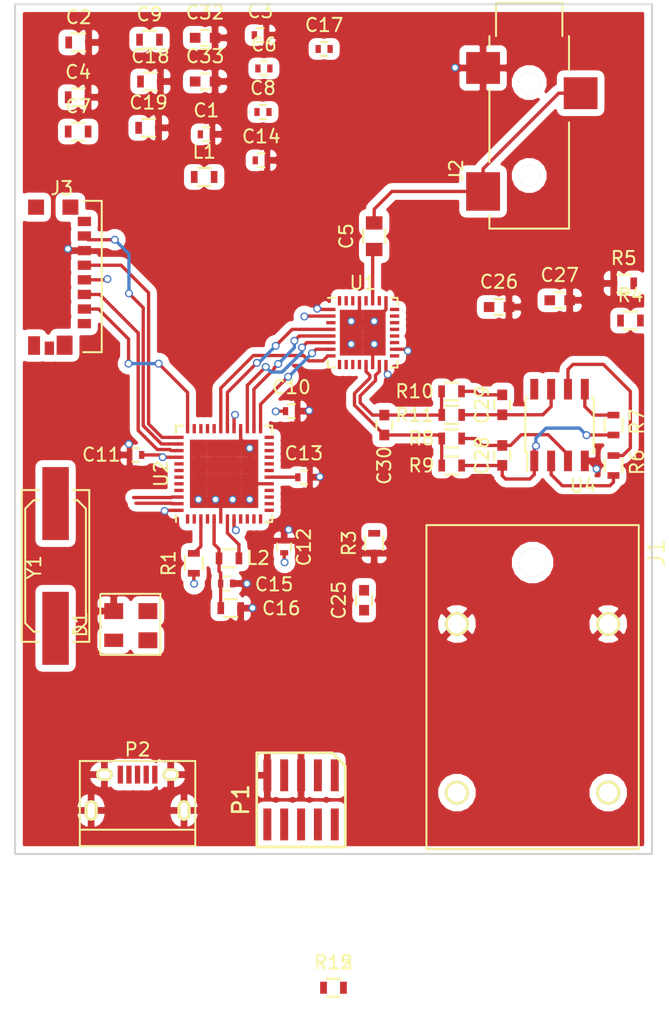
<source format=kicad_pcb>
(kicad_pcb (version 4) (host pcbnew 4.0.2-stable)
  (layers (0 F.Cu signal) (1 In1.Cu power) (2 In2.Cu power) (31 B.Cu signal) (35 F.Paste user hide) (37 F.SilkS user) (39 F.Mask user hide) (44 Edge.Cuts user))
  (net 0 "")
  (net 1 VAA)
  (net 2 GND)
  (net 3 "Net-(C5-Pad1)")
  (net 4 /Sheet57346997/HPOUT)
  (net 5 /Sheet57346997/SPKVDD)
  (net 6 GNDA)
  (net 7 VDD)
  (net 8 /Processor/VREF)
  (net 9 /Processor/VDDCORE)
  (net 10 "Net-(C17-Pad1)")
  (net 11 "Net-(C17-Pad2)")
  (net 12 "Net-(C18-Pad1)")
  (net 13 "Net-(C19-Pad1)")
  (net 14 "Net-(C25-Pad1)")
  (net 15 "Net-(C25-Pad2)")
  (net 16 "Net-(C26-Pad1)")
  (net 17 "Net-(C28-Pad1)")
  (net 18 "Net-(C28-Pad2)")
  (net 19 "Net-(C29-Pad1)")
  (net 20 "Net-(C29-Pad2)")
  (net 21 /Sheet57346A80/AUDIO_IN_P)
  (net 22 /Sheet57346A80/AUDIO_IN_N)
  (net 23 VCC)
  (net 24 "Net-(L2-Pad2)")
  (net 25 /Processor/SWD_DIO)
  (net 26 /Processor/SWD_CLK)
  (net 27 /Processor/~RESET)
  (net 28 "Net-(P1-Pad9)")
  (net 29 "Net-(P1-Pad8)")
  (net 30 "Net-(P1-Pad7)")
  (net 31 "Net-(P1-Pad6)")
  (net 32 "Net-(R1-Pad2)")
  (net 33 "Net-(U1-Pad3)")
  (net 34 /Sheet57346997/DOUT)
  (net 35 /Sheet57346997/DIN)
  (net 36 /Sheet57346997/BCLK)
  (net 37 /Sheet57346997/SDA)
  (net 38 /Sheet57346997/SCL)
  (net 39 /Sheet57346997/VOL)
  (net 40 "Net-(U1-Pad12)")
  (net 41 /Sheet57346997/SPKM)
  (net 42 /Sheet57346997/SPKP)
  (net 43 "Net-(U1-Pad30)")
  (net 44 /Sheet57346997/~CODEC_RESET)
  (net 45 /Sheet57346997/CODEC_IO)
  (net 46 "Net-(U2-Pad11)")
  (net 47 "Net-(U2-Pad12)")
  (net 48 "Net-(U2-Pad13)")
  (net 49 "Net-(U2-Pad14)")
  (net 50 "Net-(U2-Pad15)")
  (net 51 "Net-(U2-Pad16)")
  (net 52 "Net-(U2-Pad20)")
  (net 53 "Net-(U2-Pad21)")
  (net 54 "Net-(U2-Pad22)")
  (net 55 "Net-(U2-Pad23)")
  (net 56 "Net-(U2-Pad24)")
  (net 57 /Processor/ISWS)
  (net 58 /Processor/ISMK)
  (net 59 "Net-(U2-Pad32)")
  (net 60 "Net-(U2-Pad33)")
  (net 61 "Net-(U2-Pad34)")
  (net 62 "Net-(U2-Pad35)")
  (net 63 "Net-(U2-Pad41)")
  (net 64 "Net-(U2-Pad42)")
  (net 65 "Net-(U2-Pad43)")
  (net 66 "Net-(U2-Pad44)")
  (net 67 /USB/VBUS)
  (net 68 "Net-(P2-Pad4)")
  (net 69 /Processor/D-)
  (net 70 /Processor/D+)
  (net 71 "Net-(J3-Pad1)")
  (net 72 "Net-(J3-Pad8)")
  (net 73 /Processor/~SS)
  (net 74 /Processor/MOSI)
  (net 75 /Processor/SPI_CLK)
  (net 76 /Processor/MISO)
  (module Resistors_SMD:R_0603 (layer F.Cu) (at 124.794 62.876)
    (fp_text reference C2 (at 0 -1.9) (layer F.SilkS))
    (fp_text value 10uF)
    (pad 1 smd rect (at -0.75 0) (size 0.5 0.9) (layers F.Cu F.Paste F.Mask) (net 1 VAA))
    (pad 2 smd rect (at 0.75 0) (size 0.5 0.9) (layers F.Cu F.Paste F.Mask) (net 2 GND))
  )
  (module Resistors_SMD:R_0603 (layer F.Cu) (at 124.754 67.006)
    (fp_text reference C4 (at 0 -1.9) (layer F.SilkS))
    (fp_text value 10uF)
    (pad 1 smd rect (at -0.75 0) (size 0.5 0.9) (layers F.Cu F.Paste F.Mask) (net 1 VAA))
    (pad 2 smd rect (at 0.75 0) (size 0.5 0.9) (layers F.Cu F.Paste F.Mask) (net 2 GND))
  )
  (module Resistors_SMD:R_0603 (layer F.Cu) (at 124.754 69.586)
    (fp_text reference C7 (at 0 -1.9) (layer F.SilkS))
    (fp_text value 22uF)
    (pad 1 smd rect (at -0.75 0) (size 0.5 0.9) (layers F.Cu F.Paste F.Mask) (net 5 /Sheet57346997/SPKVDD))
    (pad 2 smd rect (at 0.75 0) (size 0.5 0.9) (layers F.Cu F.Paste F.Mask) (net 6 GNDA))
  )
  (module Resistors_SMD:R_0603 (layer F.Cu) (at 130.134 62.666)
    (fp_text reference C9 (at 0 -1.9) (layer F.SilkS))
    (fp_text value 22uF)
    (pad 1 smd rect (at -0.75 0) (size 0.5 0.9) (layers F.Cu F.Paste F.Mask) (net 5 /Sheet57346997/SPKVDD))
    (pad 2 smd rect (at 0.75 0) (size 0.5 0.9) (layers F.Cu F.Paste F.Mask) (net 6 GNDA))
  )
  (module Resistors_SMD:R_0603 (layer F.Cu) (at 136.254 105.486)
    (fp_text reference C16 (at 3.81 0.01) (layer F.SilkS))
    (fp_text value 4.7uF)
    (pad 1 smd rect (at -0.75 0) (size 0.5 0.9) (layers F.Cu F.Paste F.Mask) (net 9 /Processor/VDDCORE))
    (pad 2 smd rect (at 0.75 0) (size 0.5 0.9) (layers F.Cu F.Paste F.Mask) (net 2 GND))
  )
  (module Resistors_SMD:R_0603 (layer F.Cu) (at 130.204 65.816)
    (fp_text reference C18 (at 0 -1.9) (layer F.SilkS))
    (fp_text value 22pF)
    (pad 1 smd rect (at -0.75 0) (size 0.5 0.9) (layers F.Cu F.Paste F.Mask) (net 12 "Net-(C18-Pad1)"))
    (pad 2 smd rect (at 0.75 0) (size 0.5 0.9) (layers F.Cu F.Paste F.Mask) (net 2 GND))
  )
  (module Resistors_SMD:R_0603 (layer F.Cu) (at 130.064 69.306)
    (fp_text reference C19 (at 0 -1.9) (layer F.SilkS))
    (fp_text value 22pF)
    (pad 1 smd rect (at -0.75 0) (size 0.5 0.9) (layers F.Cu F.Paste F.Mask) (net 13 "Net-(C19-Pad1)"))
    (pad 2 smd rect (at 0.75 0) (size 0.5 0.9) (layers F.Cu F.Paste F.Mask) (net 2 GND))
  )
  (module Capacitors_SMD:C_0603 (layer F.Cu) (at 146.304 104.89 90)
    (fp_text reference C25 (at 0 -1.9 90) (layer F.SilkS))
    (fp_text value 1uF)
    (pad 1 smd rect (at -0.75 0 90) (size 0.8 0.75) (layers F.Cu F.Paste F.Mask) (net 14 "Net-(C25-Pad1)"))
    (pad 2 smd rect (at 0.75 0 90) (size 0.8 0.75) (layers F.Cu F.Paste F.Mask) (net 15 "Net-(C25-Pad2)"))
  )
  (module Capacitors_SMD:C_0603 (layer F.Cu) (at 156.476 82.804)
    (fp_text reference C26 (at 0 -1.9) (layer F.SilkS))
    (fp_text value 10nF)
    (pad 1 smd rect (at -0.75 0) (size 0.8 0.75) (layers F.Cu F.Paste F.Mask) (net 16 "Net-(C26-Pad1)"))
    (pad 2 smd rect (at 0.75 0) (size 0.8 0.75) (layers F.Cu F.Paste F.Mask) (net 2 GND))
  )
  (module Capacitors_SMD:C_0603 (layer F.Cu) (at 161.048 82.296)
    (fp_text reference C27 (at 0 -1.9) (layer F.SilkS))
    (fp_text value 100uF)
    (pad 1 smd rect (at -0.75 0) (size 0.8 0.75) (layers F.Cu F.Paste F.Mask) (net 16 "Net-(C26-Pad1)"))
    (pad 2 smd rect (at 0.75 0) (size 0.8 0.75) (layers F.Cu F.Paste F.Mask) (net 2 GND))
  )
  (module Capacitors_SMD:C_0603 (layer F.Cu) (at 156.718 93.98 90)
    (fp_text reference C28 (at -0.012 -1.524 90) (layer F.SilkS))
    (fp_text value "470pF (C0G)")
    (pad 1 smd rect (at -0.75 0 90) (size 0.8 0.75) (layers F.Cu F.Paste F.Mask) (net 17 "Net-(C28-Pad1)"))
    (pad 2 smd rect (at 0.75 0 90) (size 0.8 0.75) (layers F.Cu F.Paste F.Mask) (net 18 "Net-(C28-Pad2)"))
  )
  (module Capacitors_SMD:C_0603 (layer F.Cu) (at 156.718 90.17 270)
    (fp_text reference C29 (at 0 1.524 270) (layer F.SilkS))
    (fp_text value "470pF (C0G)")
    (pad 1 smd rect (at -0.75 0 270) (size 0.8 0.75) (layers F.Cu F.Paste F.Mask) (net 19 "Net-(C29-Pad1)"))
    (pad 2 smd rect (at 0.75 0 270) (size 0.8 0.75) (layers F.Cu F.Paste F.Mask) (net 20 "Net-(C29-Pad2)"))
  )
  (module Capacitors_SMD:C_0603 (layer F.Cu) (at 147.828 91.694 90)
    (fp_text reference C30 (at -3.048 0 90) (layer F.SilkS))
    (fp_text value "2700pF (C0G)")
    (pad 1 smd rect (at -0.75 0 90) (size 0.8 0.75) (layers F.Cu F.Paste F.Mask) (net 21 /Sheet57346A80/AUDIO_IN_P))
    (pad 2 smd rect (at 0.75 0 90) (size 0.8 0.75) (layers F.Cu F.Paste F.Mask) (net 22 /Sheet57346A80/AUDIO_IN_N))
  )
  (module Capacitors_SMD:C_0603 (layer F.Cu) (at 134.324 62.526)
    (fp_text reference C32 (at 0 -1.9) (layer F.SilkS))
    (fp_text value 1uF)
    (pad 1 smd rect (at -0.75 0) (size 0.8 0.75) (layers F.Cu F.Paste F.Mask) (net 23 VCC))
    (pad 2 smd rect (at 0.75 0) (size 0.8 0.75) (layers F.Cu F.Paste F.Mask) (net 2 GND))
  )
  (module Capacitors_SMD:C_0603 (layer F.Cu) (at 134.324 65.816)
    (fp_text reference C33 (at 0 -1.9) (layer F.SilkS))
    (fp_text value 1uF)
    (pad 1 smd rect (at -0.75 0) (size 0.8 0.75) (layers F.Cu F.Paste F.Mask) (net 7 VDD))
    (pad 2 smd rect (at 0.75 0) (size 0.8 0.75) (layers F.Cu F.Paste F.Mask) (net 2 GND))
  )
  (module Resistors_SMD:R_0603 (layer F.Cu) (at 134.254 73.006)
    (fp_text reference L1 (at 0 -1.9) (layer F.SilkS))
    (fp_text value ferrite)
    (pad 1 smd rect (at -0.75 0) (size 0.5 0.9) (layers F.Cu F.Paste F.Mask) (net 7 VDD))
    (pad 2 smd rect (at 0.75 0) (size 0.5 0.9) (layers F.Cu F.Paste F.Mask) (net 1 VAA))
  )
  (module Resistors_SMD:R_0603 (layer F.Cu) (at 136.124 101.736)
    (fp_text reference L2 (at 2.2 -0.03) (layer F.SilkS))
    (fp_text value 22uH)
    (pad 1 smd rect (at -0.75 0) (size 0.5 0.9) (layers F.Cu F.Paste F.Mask) (net 9 /Processor/VDDCORE))
    (pad 2 smd rect (at 0.75 0) (size 0.5 0.9) (layers F.Cu F.Paste F.Mask) (net 24 "Net-(L2-Pad2)"))
  )
  (module processing:CMxDBG (layer F.Cu) (at 141.554 119.926 270)
    (fp_text reference P1 (at 0 4.54 270) (layer F.SilkS) (effects (font (size 1.2 1.2) (thickness 0.2))))
    (fp_text value CONN_02X05 hide)
    (pad 1 smd rect (at -1.85 -2.54 270) (size 2.4 0.6) (layers F.Cu F.Paste F.Mask) (net 7 VDD))
    (pad 2 smd rect (at -1.85 -1.27 270) (size 2.4 0.6) (layers F.Cu F.Paste F.Mask) (net 25 /Processor/SWD_DIO))
    (pad 3 smd rect (at -1.85 0 270) (size 2.4 0.6) (layers F.Cu F.Paste F.Mask) (net 2 GND))
    (pad 4 smd rect (at -1.85 1.27 270) (size 2.4 0.6) (layers F.Cu F.Paste F.Mask) (net 26 /Processor/SWD_CLK))
    (pad 5 smd rect (at -1.85 2.54 270) (size 2.4 0.6) (layers F.Cu F.Paste F.Mask) (net 2 GND))
    (pad 10 smd rect (at 1.85 -2.54 270) (size 2.4 0.6) (layers F.Cu F.Paste F.Mask) (net 27 /Processor/~RESET))
    (pad 9 smd rect (at 1.85 -1.27 270) (size 2.4 0.6) (layers F.Cu F.Paste F.Mask) (net 28 "Net-(P1-Pad9)"))
    (pad 8 smd rect (at 1.85 0 270) (size 2.4 0.6) (layers F.Cu F.Paste F.Mask) (net 29 "Net-(P1-Pad8)"))
    (pad 7 smd rect (at 1.85 1.27 270) (size 2.4 0.6) (layers F.Cu F.Paste F.Mask) (net 30 "Net-(P1-Pad7)"))
    (pad 6 smd rect (at 1.85 2.54 270) (size 2.4 0.6) (layers F.Cu F.Paste F.Mask) (net 31 "Net-(P1-Pad6)"))
  )
  (module Resistors_SMD:R_0603 (layer F.Cu) (at 133.474 102.106 90)
    (fp_text reference R1 (at 0 -1.9 90) (layer F.SilkS))
    (fp_text value 10k)
    (pad 1 smd rect (at -0.75 0 90) (size 0.5 0.9) (layers F.Cu F.Paste F.Mask) (net 7 VDD))
    (pad 2 smd rect (at 0.75 0 90) (size 0.5 0.9) (layers F.Cu F.Paste F.Mask) (net 32 "Net-(R1-Pad2)"))
  )
  (module Resistors_SMD:R_0603 (layer F.Cu) (at 147.066 100.596 90)
    (fp_text reference R3 (at 0 -1.9 90) (layer F.SilkS))
    (fp_text value 100k)
    (pad 1 smd rect (at -0.75 0 90) (size 0.5 0.9) (layers F.Cu F.Paste F.Mask) (net 2 GND))
    (pad 2 smd rect (at 0.75 0 90) (size 0.5 0.9) (layers F.Cu F.Paste F.Mask) (net 15 "Net-(C25-Pad2)"))
  )
  (module Resistors_SMD:R_0603 (layer F.Cu) (at 166.382 83.82)
    (fp_text reference R4 (at 0 -1.9) (layer F.SilkS))
    (fp_text value 100k)
    (pad 1 smd rect (at -0.75 0) (size 0.5 0.9) (layers F.Cu F.Paste F.Mask) (net 16 "Net-(C26-Pad1)"))
    (pad 2 smd rect (at 0.75 0) (size 0.5 0.9) (layers F.Cu F.Paste F.Mask) (net 7 VDD))
  )
  (module Resistors_SMD:R_0603 (layer F.Cu) (at 165.874 81.026)
    (fp_text reference R5 (at 0 -1.9) (layer F.SilkS))
    (fp_text value 100k)
    (pad 1 smd rect (at -0.75 0) (size 0.5 0.9) (layers F.Cu F.Paste F.Mask) (net 2 GND))
    (pad 2 smd rect (at 0.75 0) (size 0.5 0.9) (layers F.Cu F.Paste F.Mask) (net 16 "Net-(C26-Pad1)"))
  )
  (module Resistors_SMD:R_0603 (layer F.Cu) (at 165.1 94.742 270)
    (fp_text reference R6 (at -0.254 -1.778 270) (layer F.SilkS))
    (fp_text value 100k)
    (pad 1 smd rect (at -0.75 0 270) (size 0.5 0.9) (layers F.Cu F.Paste F.Mask) (net 16 "Net-(C26-Pad1)"))
    (pad 2 smd rect (at 0.75 0 270) (size 0.5 0.9) (layers F.Cu F.Paste F.Mask) (net 14 "Net-(C25-Pad1)"))
  )
  (module Resistors_SMD:R_0603 (layer F.Cu) (at 165.1 91.694 90)
    (fp_text reference R7 (at 0.254 1.778 90) (layer F.SilkS))
    (fp_text value 634R)
    (pad 1 smd rect (at -0.75 0 90) (size 0.5 0.9) (layers F.Cu F.Paste F.Mask) (net 17 "Net-(C28-Pad1)"))
    (pad 2 smd rect (at 0.75 0 90) (size 0.5 0.9) (layers F.Cu F.Paste F.Mask) (net 19 "Net-(C29-Pad1)"))
  )
  (module Resistors_SMD:R_0603 (layer F.Cu) (at 152.908 92.71)
    (fp_text reference R8 (at -2.286 0) (layer F.SilkS))
    (fp_text value 634R)
    (pad 1 smd rect (at -0.75 0) (size 0.5 0.9) (layers F.Cu F.Paste F.Mask) (net 21 /Sheet57346A80/AUDIO_IN_P))
    (pad 2 smd rect (at 0.75 0) (size 0.5 0.9) (layers F.Cu F.Paste F.Mask) (net 18 "Net-(C28-Pad2)"))
  )
  (module Resistors_SMD:R_0603 (layer F.Cu) (at 152.908 94.742)
    (fp_text reference R9 (at -2.286 0) (layer F.SilkS))
    (fp_text value 91R)
    (pad 1 smd rect (at -0.75 0) (size 0.5 0.9) (layers F.Cu F.Paste F.Mask) (net 21 /Sheet57346A80/AUDIO_IN_P))
    (pad 2 smd rect (at 0.75 0) (size 0.5 0.9) (layers F.Cu F.Paste F.Mask) (net 17 "Net-(C28-Pad1)"))
  )
  (module Resistors_SMD:R_0603 (layer F.Cu) (at 152.896 89.154)
    (fp_text reference R10 (at -2.782 0) (layer F.SilkS))
    (fp_text value 634R)
    (pad 1 smd rect (at -0.75 0) (size 0.5 0.9) (layers F.Cu F.Paste F.Mask) (net 22 /Sheet57346A80/AUDIO_IN_N))
    (pad 2 smd rect (at 0.75 0) (size 0.5 0.9) (layers F.Cu F.Paste F.Mask) (net 19 "Net-(C29-Pad1)"))
  )
  (module Resistors_SMD:R_0603 (layer F.Cu) (at 152.908 90.932 180)
    (fp_text reference R11 (at 2.794 0 180) (layer F.SilkS))
    (fp_text value 91R)
    (pad 1 smd rect (at -0.75 0 180) (size 0.5 0.9) (layers F.Cu F.Paste F.Mask) (net 20 "Net-(C29-Pad2)"))
    (pad 2 smd rect (at 0.75 0 180) (size 0.5 0.9) (layers F.Cu F.Paste F.Mask) (net 22 /Sheet57346A80/AUDIO_IN_N))
  )
  (module Housings_DFN_QFN:QFN-32-1EP_5x5mm_Pitch0.5mm (layer F.Cu) (at 146.2035 84.7355)
    (fp_text reference U1 (at 0 -3.75) (layer F.SilkS))
    (fp_text value tlv320aic3120)
    (pad 1 smd rect (at -2.4 -1.75) (size 0.7 0.25) (layers F.Cu F.Paste F.Mask) (net 2 GND))
    (pad 2 smd rect (at -2.4 -1.25) (size 0.7 0.25) (layers F.Cu F.Paste F.Mask) (net 7 VDD))
    (pad 3 smd rect (at -2.4 -0.75) (size 0.7 0.25) (layers F.Cu F.Paste F.Mask) (net 33 "Net-(U1-Pad3)"))
    (pad 4 smd rect (at -2.4 -0.25) (size 0.7 0.25) (layers F.Cu F.Paste F.Mask) (net 34 /Sheet57346997/DOUT))
    (pad 5 smd rect (at -2.4 0.25) (size 0.7 0.25) (layers F.Cu F.Paste F.Mask) (net 35 /Sheet57346997/DIN))
    (pad 6 smd rect (at -2.4 0.75) (size 0.7 0.25) (layers F.Cu F.Paste F.Mask) (net 57 /Processor/ISWS))
    (pad 7 smd rect (at -2.4 1.25) (size 0.7 0.25) (layers F.Cu F.Paste F.Mask) (net 36 /Sheet57346997/BCLK))
    (pad 8 smd rect (at -2.4 1.75) (size 0.7 0.25) (layers F.Cu F.Paste F.Mask) (net 58 /Processor/ISMK))
    (pad 9 smd rect (at -1.75 2.4 90) (size 0.7 0.25) (layers F.Cu F.Paste F.Mask) (net 37 /Sheet57346997/SDA))
    (pad 10 smd rect (at -1.25 2.4 90) (size 0.7 0.25) (layers F.Cu F.Paste F.Mask) (net 38 /Sheet57346997/SCL))
    (pad 11 smd rect (at -0.75 2.4 90) (size 0.7 0.25) (layers F.Cu F.Paste F.Mask) (net 39 /Sheet57346997/VOL))
    (pad 12 smd rect (at -0.25 2.4 90) (size 0.7 0.25) (layers F.Cu F.Paste F.Mask) (net 40 "Net-(U1-Pad12)"))
    (pad 13 smd rect (at 0.25 2.4 90) (size 0.7 0.25) (layers F.Cu F.Paste F.Mask) (net 21 /Sheet57346A80/AUDIO_IN_P))
    (pad 14 smd rect (at 0.75 2.4 90) (size 0.7 0.25) (layers F.Cu F.Paste F.Mask) (net 2 GND))
    (pad 15 smd rect (at 1.25 2.4 90) (size 0.7 0.25) (layers F.Cu F.Paste F.Mask) (net 22 /Sheet57346A80/AUDIO_IN_N))
    (pad 16 smd rect (at 1.75 2.4 90) (size 0.7 0.25) (layers F.Cu F.Paste F.Mask) (net 2 GND))
    (pad 17 smd rect (at 2.4 1.75) (size 0.7 0.25) (layers F.Cu F.Paste F.Mask) (net 1 VAA))
    (pad 18 smd rect (at 2.4 1.25) (size 0.7 0.25) (layers F.Cu F.Paste F.Mask) (net 2 GND))
    (pad 19 smd rect (at 2.4 0.75) (size 0.7 0.25) (layers F.Cu F.Paste F.Mask) (net 41 /Sheet57346997/SPKM))
    (pad 20 smd rect (at 2.4 0.25) (size 0.7 0.25) (layers F.Cu F.Paste F.Mask) (net 2 GND))
    (pad 21 smd rect (at 2.4 -0.25) (size 0.7 0.25) (layers F.Cu F.Paste F.Mask) (net 5 /Sheet57346997/SPKVDD))
    (pad 22 smd rect (at 2.4 -0.75) (size 0.7 0.25) (layers F.Cu F.Paste F.Mask) (net 42 /Sheet57346997/SPKP))
    (pad 23 smd rect (at 2.4 -1.25) (size 0.7 0.25) (layers F.Cu F.Paste F.Mask) (net 41 /Sheet57346997/SPKM))
    (pad 24 smd rect (at 2.4 -1.75) (size 0.7 0.25) (layers F.Cu F.Paste F.Mask) (net 5 /Sheet57346997/SPKVDD))
    (pad 25 smd rect (at 1.75 -2.4 90) (size 0.7 0.25) (layers F.Cu F.Paste F.Mask) (net 2 GND))
    (pad 26 smd rect (at 1.25 -2.4 90) (size 0.7 0.25) (layers F.Cu F.Paste F.Mask) (net 42 /Sheet57346997/SPKP))
    (pad 27 smd rect (at 0.75 -2.4 90) (size 0.7 0.25) (layers F.Cu F.Paste F.Mask) (net 3 "Net-(C5-Pad1)"))
    (pad 28 smd rect (at 0.25 -2.4 90) (size 0.7 0.25) (layers F.Cu F.Paste F.Mask) (net 1 VAA))
    (pad 29 smd rect (at -0.25 -2.4 90) (size 0.7 0.25) (layers F.Cu F.Paste F.Mask) (net 2 GND))
    (pad 30 smd rect (at -0.75 -2.4 90) (size 0.7 0.25) (layers F.Cu F.Paste F.Mask) (net 43 "Net-(U1-Pad30)"))
    (pad 31 smd rect (at -1.25 -2.4 90) (size 0.7 0.25) (layers F.Cu F.Paste F.Mask) (net 44 /Sheet57346997/~CODEC_RESET))
    (pad 32 smd rect (at -1.75 -2.4 90) (size 0.7 0.25) (layers F.Cu F.Paste F.Mask) (net 45 /Sheet57346997/CODEC_IO))
    (pad 33 smd rect (at 0.8625 0.8625) (size 1.725 1.725) (layers F.Cu F.Paste F.Mask) (net 2 GND))
    (pad 33 smd rect (at 0.8625 -0.8625) (size 1.725 1.725) (layers F.Cu F.Paste F.Mask) (net 2 GND))
    (pad 33 smd rect (at -0.8625 0.8625) (size 1.725 1.725) (layers F.Cu F.Paste F.Mask) (net 2 GND))
    (pad 33 smd rect (at -0.8625 -0.8625) (size 1.725 1.725) (layers F.Cu F.Paste F.Mask) (net 2 GND))
  )
  (module Housings_DFN_QFN:QFN-48-1EP_7x7mm_Pitch0.5mm (layer F.Cu) (at 135.75425 95.36825 90)
    (fp_text reference U2 (at 0 -4.75 90) (layer F.SilkS))
    (fp_text value ATSAM4LS)
    (pad 1 smd rect (at -3.4 -2.75 90) (size 0.7 0.25) (layers F.Cu F.Paste F.Mask) (net 13 "Net-(C19-Pad1)"))
    (pad 2 smd rect (at -3.4 -2.25 90) (size 0.7 0.25) (layers F.Cu F.Paste F.Mask) (net 12 "Net-(C18-Pad1)"))
    (pad 3 smd rect (at -3.4 -1.75 90) (size 0.7 0.25) (layers F.Cu F.Paste F.Mask) (net 32 "Net-(R1-Pad2)"))
    (pad 4 smd rect (at -3.4 -1.25 90) (size 0.7 0.25) (layers F.Cu F.Paste F.Mask) (net 27 /Processor/~RESET))
    (pad 5 smd rect (at -3.4 -0.75 90) (size 0.7 0.25) (layers F.Cu F.Paste F.Mask) (net 9 /Processor/VDDCORE))
    (pad 6 smd rect (at -3.4 -0.25 90) (size 0.7 0.25) (layers F.Cu F.Paste F.Mask) (net 2 GND))
    (pad 7 smd rect (at -3.4 0.25 90) (size 0.7 0.25) (layers F.Cu F.Paste F.Mask) (net 24 "Net-(L2-Pad2)"))
    (pad 8 smd rect (at -3.4 0.75 90) (size 0.7 0.25) (layers F.Cu F.Paste F.Mask) (net 7 VDD))
    (pad 9 smd rect (at -3.4 1.25 90) (size 0.7 0.25) (layers F.Cu F.Paste F.Mask) (net 26 /Processor/SWD_CLK))
    (pad 10 smd rect (at -3.4 1.75 90) (size 0.7 0.25) (layers F.Cu F.Paste F.Mask) (net 25 /Processor/SWD_DIO))
    (pad 11 smd rect (at -3.4 2.25 90) (size 0.7 0.25) (layers F.Cu F.Paste F.Mask) (net 46 "Net-(U2-Pad11)"))
    (pad 12 smd rect (at -3.4 2.75 90) (size 0.7 0.25) (layers F.Cu F.Paste F.Mask) (net 47 "Net-(U2-Pad12)"))
    (pad 13 smd rect (at -2.75 3.4 180) (size 0.7 0.25) (layers F.Cu F.Paste F.Mask) (net 48 "Net-(U2-Pad13)"))
    (pad 14 smd rect (at -2.25 3.4 180) (size 0.7 0.25) (layers F.Cu F.Paste F.Mask) (net 49 "Net-(U2-Pad14)"))
    (pad 15 smd rect (at -1.75 3.4 180) (size 0.7 0.25) (layers F.Cu F.Paste F.Mask) (net 50 "Net-(U2-Pad15)"))
    (pad 16 smd rect (at -1.25 3.4 180) (size 0.7 0.25) (layers F.Cu F.Paste F.Mask) (net 51 "Net-(U2-Pad16)"))
    (pad 17 smd rect (at -0.75 3.4 180) (size 0.7 0.25) (layers F.Cu F.Paste F.Mask) (net 2 GND))
    (pad 18 smd rect (at -0.25 3.4 180) (size 0.7 0.25) (layers F.Cu F.Paste F.Mask) (net 8 /Processor/VREF))
    (pad 19 smd rect (at 0.25 3.4 180) (size 0.7 0.25) (layers F.Cu F.Paste F.Mask) (net 1 VAA))
    (pad 20 smd rect (at 0.75 3.4 180) (size 0.7 0.25) (layers F.Cu F.Paste F.Mask) (net 52 "Net-(U2-Pad20)"))
    (pad 21 smd rect (at 1.25 3.4 180) (size 0.7 0.25) (layers F.Cu F.Paste F.Mask) (net 53 "Net-(U2-Pad21)"))
    (pad 22 smd rect (at 1.75 3.4 180) (size 0.7 0.25) (layers F.Cu F.Paste F.Mask) (net 54 "Net-(U2-Pad22)"))
    (pad 23 smd rect (at 2.25 3.4 180) (size 0.7 0.25) (layers F.Cu F.Paste F.Mask) (net 55 "Net-(U2-Pad23)"))
    (pad 24 smd rect (at 2.75 3.4 180) (size 0.7 0.25) (layers F.Cu F.Paste F.Mask) (net 56 "Net-(U2-Pad24)"))
    (pad 25 smd rect (at 3.4 2.75 90) (size 0.7 0.25) (layers F.Cu F.Paste F.Mask) (net 36 /Sheet57346997/BCLK))
    (pad 26 smd rect (at 3.4 2.25 90) (size 0.7 0.25) (layers F.Cu F.Paste F.Mask) (net 35 /Sheet57346997/DIN))
    (pad 27 smd rect (at 3.4 1.75 90) (size 0.7 0.25) (layers F.Cu F.Paste F.Mask) (net 57 /Processor/ISWS))
    (pad 28 smd rect (at 3.4 1.25 90) (size 0.7 0.25) (layers F.Cu F.Paste F.Mask) (net 2 GND))
    (pad 29 smd rect (at 3.4 0.75 90) (size 0.7 0.25) (layers F.Cu F.Paste F.Mask) (net 7 VDD))
    (pad 30 smd rect (at 3.4 0.25 90) (size 0.7 0.25) (layers F.Cu F.Paste F.Mask) (net 34 /Sheet57346997/DOUT))
    (pad 31 smd rect (at 3.4 -0.25 90) (size 0.7 0.25) (layers F.Cu F.Paste F.Mask) (net 58 /Processor/ISMK))
    (pad 32 smd rect (at 3.4 -0.75 90) (size 0.7 0.25) (layers F.Cu F.Paste F.Mask) (net 59 "Net-(U2-Pad32)"))
    (pad 33 smd rect (at 3.4 -1.25 90) (size 0.7 0.25) (layers F.Cu F.Paste F.Mask) (net 60 "Net-(U2-Pad33)"))
    (pad 34 smd rect (at 3.4 -1.75 90) (size 0.7 0.25) (layers F.Cu F.Paste F.Mask) (net 61 "Net-(U2-Pad34)"))
    (pad 35 smd rect (at 3.4 -2.25 90) (size 0.7 0.25) (layers F.Cu F.Paste F.Mask) (net 62 "Net-(U2-Pad35)"))
    (pad 36 smd rect (at 3.4 -2.75 90) (size 0.7 0.25) (layers F.Cu F.Paste F.Mask) (net 73 /Processor/~SS))
    (pad 37 smd rect (at 2.75 -3.4 180) (size 0.7 0.25) (layers F.Cu F.Paste F.Mask) (net 75 /Processor/SPI_CLK))
    (pad 38 smd rect (at 2.25 -3.4 180) (size 0.7 0.25) (layers F.Cu F.Paste F.Mask) (net 76 /Processor/MISO))
    (pad 39 smd rect (at 1.75 -3.4 180) (size 0.7 0.25) (layers F.Cu F.Paste F.Mask) (net 74 /Processor/MOSI))
    (pad 40 smd rect (at 1.25 -3.4 180) (size 0.7 0.25) (layers F.Cu F.Paste F.Mask) (net 7 VDD))
    (pad 41 smd rect (at 0.75 -3.4 180) (size 0.7 0.25) (layers F.Cu F.Paste F.Mask) (net 63 "Net-(U2-Pad41)"))
    (pad 42 smd rect (at 0.25 -3.4 180) (size 0.7 0.25) (layers F.Cu F.Paste F.Mask) (net 64 "Net-(U2-Pad42)"))
    (pad 43 smd rect (at -0.25 -3.4 180) (size 0.7 0.25) (layers F.Cu F.Paste F.Mask) (net 65 "Net-(U2-Pad43)"))
    (pad 44 smd rect (at -0.75 -3.4 180) (size 0.7 0.25) (layers F.Cu F.Paste F.Mask) (net 66 "Net-(U2-Pad44)"))
    (pad 45 smd rect (at -1.25 -3.4 180) (size 0.7 0.25) (layers F.Cu F.Paste F.Mask) (net 7 VDD))
    (pad 46 smd rect (at -1.75 -3.4 180) (size 0.7 0.25) (layers F.Cu F.Paste F.Mask) (net 69 /Processor/D-))
    (pad 47 smd rect (at -2.25 -3.4 180) (size 0.7 0.25) (layers F.Cu F.Paste F.Mask) (net 70 /Processor/D+))
    (pad 48 smd rect (at -2.75 -3.4 180) (size 0.7 0.25) (layers F.Cu F.Paste F.Mask) (net 2 GND))
    (pad 49 smd rect (at 1.93125 1.93125 90) (size 1.2875 1.2875) (layers F.Cu F.Paste F.Mask) (net 2 GND))
    (pad 49 smd rect (at 1.93125 0.64375 90) (size 1.2875 1.2875) (layers F.Cu F.Paste F.Mask) (net 2 GND))
    (pad 49 smd rect (at 1.93125 -0.64375 90) (size 1.2875 1.2875) (layers F.Cu F.Paste F.Mask) (net 2 GND))
    (pad 49 smd rect (at 1.93125 -1.93125 90) (size 1.2875 1.2875) (layers F.Cu F.Paste F.Mask) (net 2 GND))
    (pad 49 smd rect (at 0.64375 1.93125 90) (size 1.2875 1.2875) (layers F.Cu F.Paste F.Mask) (net 2 GND))
    (pad 49 smd rect (at 0.64375 0.64375 90) (size 1.2875 1.2875) (layers F.Cu F.Paste F.Mask) (net 2 GND))
    (pad 49 smd rect (at 0.64375 -0.64375 90) (size 1.2875 1.2875) (layers F.Cu F.Paste F.Mask) (net 2 GND))
    (pad 49 smd rect (at 0.64375 -1.93125 90) (size 1.2875 1.2875) (layers F.Cu F.Paste F.Mask) (net 2 GND))
    (pad 49 smd rect (at -0.64375 1.93125 90) (size 1.2875 1.2875) (layers F.Cu F.Paste F.Mask) (net 2 GND))
    (pad 49 smd rect (at -0.64375 0.64375 90) (size 1.2875 1.2875) (layers F.Cu F.Paste F.Mask) (net 2 GND))
    (pad 49 smd rect (at -0.64375 -0.64375 90) (size 1.2875 1.2875) (layers F.Cu F.Paste F.Mask) (net 2 GND))
    (pad 49 smd rect (at -0.64375 -1.93125 90) (size 1.2875 1.2875) (layers F.Cu F.Paste F.Mask) (net 2 GND))
    (pad 49 smd rect (at -1.93125 1.93125 90) (size 1.2875 1.2875) (layers F.Cu F.Paste F.Mask) (net 2 GND))
    (pad 49 smd rect (at -1.93125 0.64375 90) (size 1.2875 1.2875) (layers F.Cu F.Paste F.Mask) (net 2 GND))
    (pad 49 smd rect (at -1.93125 -0.64375 90) (size 1.2875 1.2875) (layers F.Cu F.Paste F.Mask) (net 2 GND))
    (pad 49 smd rect (at -1.93125 -1.93125 90) (size 1.2875 1.2875) (layers F.Cu F.Paste F.Mask) (net 2 GND))
  )
  (module Crystals_Oscillators_SMD:Q_49U3HMS (layer F.Cu) (at 123.054 102.306 90)
    (fp_text reference Y1 (at -0.1 -1.6 90) (layer F.SilkS))
    (fp_text value 16MHz)
    (pad 1 smd rect (at -4.699 0 90) (size 5.4991 1.99898) (layers F.Cu F.Paste F.Mask) (net 12 "Net-(C18-Pad1)"))
    (pad 2 smd rect (at 4.699 0 90) (size 5.4991 1.99898) (layers F.Cu F.Paste F.Mask) (net 13 "Net-(C19-Pad1)"))
  )
  (module Housings_SOIC:SOIC-8_3.9x4.9mm_Pitch1.27mm (layer F.Cu) (at 161.036 91.694 90)
    (fp_text reference U4 (at -4.572 1.778 180) (layer F.SilkS))
    (fp_text value LME49721)
    (pad 1 smd rect (at -2.7 -1.905 90) (size 1.55 0.6) (layers F.Cu F.Paste F.Mask) (net 17 "Net-(C28-Pad1)"))
    (pad 2 smd rect (at -2.7 -0.635 90) (size 1.55 0.6) (layers F.Cu F.Paste F.Mask) (net 14 "Net-(C25-Pad1)"))
    (pad 3 smd rect (at -2.7 0.635 90) (size 1.55 0.6) (layers F.Cu F.Paste F.Mask) (net 18 "Net-(C28-Pad2)"))
    (pad 4 smd rect (at -2.7 1.905 90) (size 1.55 0.6) (layers F.Cu F.Paste F.Mask) (net 2 GND))
    (pad 5 smd rect (at 2.7 1.905 90) (size 1.55 0.6) (layers F.Cu F.Paste F.Mask) (net 19 "Net-(C29-Pad1)"))
    (pad 6 smd rect (at 2.7 0.635 90) (size 1.55 0.6) (layers F.Cu F.Paste F.Mask) (net 16 "Net-(C26-Pad1)"))
    (pad 7 smd rect (at 2.7 -0.635 90) (size 1.55 0.6) (layers F.Cu F.Paste F.Mask) (net 20 "Net-(C29-Pad2)"))
    (pad 8 smd rect (at 2.7 -1.905 90) (size 1.55 0.6) (layers F.Cu F.Paste F.Mask) (net 1 VAA))
  )
  (module processing:Jack6.35mm (layer F.Cu) (at 159.004 113.03 270)
    (fp_text reference J1 (at -11.71194 -9.33196 450) (layer F.SilkS) (effects (font (size 1.2 1.2))))
    (fp_text value AudioJackMono4p)
    (pad 6 thru_hole circle (at -6.35 -5.7 270) (size 1.8 1.8) (drill 1.4) (layers *.Cu *.Mask F.SilkS) (net 2 GND))
    (pad 3 thru_hole circle (at -6.35 5.7 270) (size 1.8 1.8) (drill 1.4) (layers *.Cu *.Mask F.SilkS) (net 2 GND))
    (pad 4 thru_hole circle (at 6.35 -5.7 270) (size 1.8 1.8) (drill 1.4) (layers *.Cu *.Mask F.SilkS) (net 15 "Net-(C25-Pad2)"))
    (pad 1 thru_hole circle (at 6.35 5.7 270) (size 1.8 1.8) (drill 1.4) (layers *.Cu *.Mask F.SilkS) (net 15 "Net-(C25-Pad2)"))
    (pad "" thru_hole circle (at -10.98 0 270) (size 2.1 2.1) (drill 2.1) (layers *.Cu *.Mask F.SilkS))
  )
  (module processing:audio_jack3.5mm (layer F.Cu) (at 158.75 72.898 270)
    (fp_text reference J2 (at -0.37084 5.50164 270) (layer F.SilkS))
    (fp_text value AudioJackStereo)
    (pad 1 smd rect (at -6.2 -3.875 270) (size 2.4 2.55) (layers F.Cu F.Paste F.Mask) (net 4 /Sheet57346997/HPOUT))
    (pad "" thru_hole circle (at 0 0 270) (size 1.6 1.6) (drill 1.6) (layers *.Cu *.Mask F.SilkS))
    (pad "" thru_hole circle (at -7 0 270) (size 1.6 1.6) (drill 1.6) (layers *.Cu *.Mask F.SilkS))
    (pad 2 smd rect (at 1.2 3.475 270) (size 2.9 2.55) (layers F.Cu F.Paste F.Mask) (net 4 /Sheet57346997/HPOUT))
    (pad 3 smd rect (at -8.1 3.475 270) (size 2.4 2.55) (layers F.Cu F.Paste F.Mask) (net 2 GND))
  )
  (module Capacitors_SMD:C_0805 (layer F.Cu) (at 147.066 77.47 90)
    (fp_text reference C5 (at 0 -2.1 90) (layer F.SilkS))
    (fp_text value 47uF)
    (pad 1 smd rect (at -1 0 90) (size 1 1.25) (layers F.Cu F.Paste F.Mask) (net 3 "Net-(C5-Pad1)"))
    (pad 2 smd rect (at 1 0 90) (size 1 1.25) (layers F.Cu F.Paste F.Mask) (net 4 /Sheet57346997/HPOUT))
  )
  (module comm:SOT143B (layer F.Cu) (at 128.724 106.706 270)
    (fp_text reference D1 (at 0 3.81 270) (layer F.SilkS))
    (fp_text value PRTR5V0U2X)
    (pad 4 smd rect (at -1 -1.2875 270) (size 1.2 1.425) (layers F.Cu F.Paste F.Mask) (net 67 /USB/VBUS))
    (pad 3 smd rect (at 1.2 -1.2875 270) (size 1.2 1.425) (layers F.Cu F.Paste F.Mask) (net 70 /Processor/D+))
    (pad 2 smd rect (at 1.2 1.2875 270) (size 1 1.425) (layers F.Cu F.Paste F.Mask) (net 69 /Processor/D-))
    (pad 1 smd rect (at -1 1.2875 270) (size 1.2 1.425) (layers F.Cu F.Paste F.Mask) (net 2 GND))
  )
  (module Resistors_SMD:R_0402 (layer F.Cu) (at 134.414 69.796)
    (fp_text reference C1 (at 0 -1.8) (layer F.SilkS))
    (fp_text value 0.1uF)
    (pad 1 smd rect (at -0.45 0) (size 0.4 0.6) (layers F.Cu F.Paste F.Mask) (net 1 VAA))
    (pad 2 smd rect (at 0.45 0) (size 0.4 0.6) (layers F.Cu F.Paste F.Mask) (net 2 GND))
  )
  (module Resistors_SMD:R_0402 (layer F.Cu) (at 138.484 62.326)
    (fp_text reference C3 (at 0 -1.8) (layer F.SilkS))
    (fp_text value 0.1uF)
    (pad 1 smd rect (at -0.45 0) (size 0.4 0.6) (layers F.Cu F.Paste F.Mask) (net 1 VAA))
    (pad 2 smd rect (at 0.45 0) (size 0.4 0.6) (layers F.Cu F.Paste F.Mask) (net 2 GND))
  )
  (module Resistors_SMD:R_0402 (layer F.Cu) (at 138.754 64.836)
    (fp_text reference C6 (at 0 -1.8) (layer F.SilkS))
    (fp_text value 0.1uF)
    (pad 1 smd rect (at -0.45 0) (size 0.4 0.6) (layers F.Cu F.Paste F.Mask) (net 5 /Sheet57346997/SPKVDD))
    (pad 2 smd rect (at 0.45 0) (size 0.4 0.6) (layers F.Cu F.Paste F.Mask) (net 6 GNDA))
  )
  (module Resistors_SMD:R_0402 (layer F.Cu) (at 138.684 68.116)
    (fp_text reference C8 (at 0 -1.8) (layer F.SilkS))
    (fp_text value 0.1uF)
    (pad 1 smd rect (at -0.45 0) (size 0.4 0.6) (layers F.Cu F.Paste F.Mask) (net 5 /Sheet57346997/SPKVDD))
    (pad 2 smd rect (at 0.45 0) (size 0.4 0.6) (layers F.Cu F.Paste F.Mask) (net 6 GNDA))
  )
  (module Resistors_SMD:R_0402 (layer F.Cu) (at 140.834 90.646)
    (fp_text reference C10 (at 0 -1.8) (layer F.SilkS))
    (fp_text value 0.1uF)
    (pad 1 smd rect (at -0.45 0) (size 0.4 0.6) (layers F.Cu F.Paste F.Mask) (net 7 VDD))
    (pad 2 smd rect (at 0.45 0) (size 0.4 0.6) (layers F.Cu F.Paste F.Mask) (net 2 GND))
  )
  (module Resistors_SMD:R_0402 (layer F.Cu) (at 129.094 93.946 180)
    (fp_text reference C11 (at 2.59 0.02 180) (layer F.SilkS))
    (fp_text value 0.1uF)
    (pad 1 smd rect (at -0.45 0 180) (size 0.4 0.6) (layers F.Cu F.Paste F.Mask) (net 7 VDD))
    (pad 2 smd rect (at 0.45 0 180) (size 0.4 0.6) (layers F.Cu F.Paste F.Mask) (net 2 GND))
  )
  (module Resistors_SMD:R_0402 (layer F.Cu) (at 140.284 100.866 90)
    (fp_text reference C12 (at -0.02 1.49 90) (layer F.SilkS))
    (fp_text value 0.1uF)
    (pad 1 smd rect (at -0.45 0 90) (size 0.4 0.6) (layers F.Cu F.Paste F.Mask) (net 7 VDD))
    (pad 2 smd rect (at 0.45 0 90) (size 0.4 0.6) (layers F.Cu F.Paste F.Mask) (net 2 GND))
  )
  (module Resistors_SMD:R_0402 (layer F.Cu) (at 141.764 95.626)
    (fp_text reference C13 (at 0 -1.8) (layer F.SilkS))
    (fp_text value 0.1uF)
    (pad 1 smd rect (at -0.45 0) (size 0.4 0.6) (layers F.Cu F.Paste F.Mask) (net 8 /Processor/VREF))
    (pad 2 smd rect (at 0.45 0) (size 0.4 0.6) (layers F.Cu F.Paste F.Mask) (net 2 GND))
  )
  (module Resistors_SMD:R_0402 (layer F.Cu) (at 138.554 71.756)
    (fp_text reference C14 (at 0 -1.8) (layer F.SilkS))
    (fp_text value 0.1uF)
    (pad 1 smd rect (at -0.45 0) (size 0.4 0.6) (layers F.Cu F.Paste F.Mask) (net 1 VAA))
    (pad 2 smd rect (at 0.45 0) (size 0.4 0.6) (layers F.Cu F.Paste F.Mask) (net 2 GND))
  )
  (module Resistors_SMD:R_0402 (layer F.Cu) (at 135.944 103.626)
    (fp_text reference C15 (at 3.58 0.07) (layer F.SilkS))
    (fp_text value 0.1uF)
    (pad 1 smd rect (at -0.45 0) (size 0.4 0.6) (layers F.Cu F.Paste F.Mask) (net 9 /Processor/VDDCORE))
    (pad 2 smd rect (at 0.45 0) (size 0.4 0.6) (layers F.Cu F.Paste F.Mask) (net 2 GND))
  )
  (module Resistors_SMD:R_0402 (layer F.Cu) (at 143.294 63.366)
    (fp_text reference C17 (at 0 -1.8) (layer F.SilkS))
    (fp_text value 0.1uF)
    (pad 1 smd rect (at -0.45 0) (size 0.4 0.6) (layers F.Cu F.Paste F.Mask) (net 10 "Net-(C17-Pad1)"))
    (pad 2 smd rect (at 0.45 0) (size 0.4 0.6) (layers F.Cu F.Paste F.Mask) (net 11 "Net-(C17-Pad2)"))
  )
  (module Connect:USB_Micro-B (layer F.Cu) (at 129.234 119.586)
    (fp_text reference P2 (at 0 -3.45) (layer F.SilkS))
    (fp_text value USB_OTG)
    (pad 1 smd rect (at -1.3009 -1.56254 90) (size 1.35 0.4) (layers F.Cu F.Paste F.Mask) (net 67 /USB/VBUS))
    (pad 2 smd rect (at -0.6509 -1.56254 90) (size 1.35 0.4) (layers F.Cu F.Paste F.Mask) (net 70 /Processor/D+))
    (pad 3 smd rect (at -0.0009 -1.56254 90) (size 1.35 0.4) (layers F.Cu F.Paste F.Mask) (net 69 /Processor/D-))
    (pad 4 smd rect (at 0.6491 -1.56254 90) (size 1.35 0.4) (layers F.Cu F.Paste F.Mask) (net 68 "Net-(P2-Pad4)"))
    (pad 5 smd rect (at 1.2991 -1.56254 90) (size 1.35 0.4) (layers F.Cu F.Paste F.Mask) (net 2 GND))
    (pad 6 thru_hole oval (at -2.5009 -1.56254 90) (size 0.95 1.25) (drill oval 0.55 0.85) (layers *.Cu *.Mask F.SilkS) (net 2 GND))
    (pad 6 thru_hole oval (at 2.4991 -1.56254 90) (size 0.95 1.25) (drill oval 0.55 0.85) (layers *.Cu *.Mask F.SilkS) (net 2 GND))
    (pad 6 thru_hole oval (at -3.5009 1.13746 90) (size 1.55 1) (drill oval 1.15 0.5) (layers *.Cu *.Mask F.SilkS) (net 2 GND))
    (pad 6 thru_hole oval (at 3.4991 1.13746 90) (size 1.55 1) (drill oval 1.15 0.5) (layers *.Cu *.Mask F.SilkS) (net 2 GND))
  )
  (module Resistors_SMD:R_0603 (layer F.Cu) (at 144 134.075001)
    (fp_text reference R12 (at 0 -1.9) (layer F.SilkS))
    (fp_text value 10k)
    (pad 1 smd rect (at -0.75 0) (size 0.5 0.9) (layers F.Cu F.Paste F.Mask) (net 7 VDD))
    (pad 2 smd rect (at 0.75 0) (size 0.5 0.9) (layers F.Cu F.Paste F.Mask) (net 76 /Processor/MISO))
  )
  (module Resistors_SMD:R_0603 (layer F.Cu) (at 144 134.075001)
    (fp_text reference R15 (at 0 -1.9) (layer F.SilkS))
    (fp_text value 10k)
    (pad 1 smd rect (at -0.75 0) (size 0.5 0.9) (layers F.Cu F.Paste F.Mask) (net 7 VDD))
    (pad 2 smd rect (at 0.75 0) (size 0.5 0.9) (layers F.Cu F.Paste F.Mask) (net 73 /Processor/~SS))
  )
  (module processing:sdcard_pushpull (layer F.Cu) (at 120.984 80.206 270)
    (fp_text reference J3 (at -6.35 -2.54 360) (layer F.SilkS))
    (fp_text value MicroSDCard)
    (pad 1 smd rect (at 3.85 -4.24 270) (size 0.7 1) (layers F.Cu F.Paste F.Mask) (net 71 "Net-(J3-Pad1)"))
    (pad 2 smd rect (at 2.75 -4.24 270) (size 0.7 1) (layers F.Cu F.Paste F.Mask) (net 73 /Processor/~SS))
    (pad 3 smd rect (at 1.65 -4.24 270) (size 0.7 1) (layers F.Cu F.Paste F.Mask) (net 74 /Processor/MOSI))
    (pad 4 smd rect (at 0.55 -4.24 270) (size 0.7 1) (layers F.Cu F.Paste F.Mask) (net 7 VDD))
    (pad 5 smd rect (at -0.55 -4.24 270) (size 0.7 1) (layers F.Cu F.Paste F.Mask) (net 75 /Processor/SPI_CLK))
    (pad 6 smd rect (at -1.65 -4.24 270) (size 0.7 1) (layers F.Cu F.Paste F.Mask) (net 2 GND))
    (pad 7 smd rect (at -2.75 -4.24 270) (size 0.7 1) (layers F.Cu F.Paste F.Mask) (net 76 /Processor/MISO))
    (pad 8 smd rect (at -3.85 -4.24 270) (size 0.7 1) (layers F.Cu F.Paste F.Mask) (net 72 "Net-(J3-Pad8)"))
    (pad "" smd rect (at -4.925 -3.19 270) (size 1.15 1.2) (layers F.Cu F.Paste F.Mask))
    (pad "" smd rect (at -4.925 -0.6 270) (size 1.15 1.2) (layers F.Cu F.Paste F.Mask))
    (pad "" smd rect (at 5.5 -0.45 270) (size 1.4 0.9) (layers F.Cu F.Paste F.Mask))
    (pad "" smd rect (at 5.7 -1.6 270) (size 1 0.7) (layers F.Cu F.Paste F.Mask))
    (pad "" smd rect (at 5.475 -2.75 270) (size 1.45 1.2) (layers F.Cu F.Paste F.Mask))
  )
  (gr_line (start 120 60) (end 168 60) (layer Edge.Cuts) (width 0.15))
  (gr_line (start 120 124) (end 168 124) (layer Edge.Cuts) (width 0.15))
  (gr_line (start 168 60) (end 168 124) (layer Edge.Cuts) (width 0.15))
  (gr_line (start 120 60) (end 120 124) (layer Edge.Cuts) (width 0.15))
  (segment (start 141.284 90.646) (end 142.124 90.646) (width 0.25) (layer F.Cu) (net 2))
  (via (at 142.164 90.606) (size 0.6) (drill 0.4) (layers F.Cu B.Cu) (net 2))
  (segment (start 142.124 90.646) (end 142.164 90.606) (width 0.25) (layer F.Cu) (net 2))
  (segment (start 137.00425 91.96825) (end 137.00425 92.75575) (width 0.25) (layer F.Cu) (net 2))
  (segment (start 137.00425 92.75575) (end 137.6855 93.437) (width 0.25) (layer F.Cu) (net 2))
  (via (at 137.6855 93.437) (size 0.6) (drill 0.4) (layers F.Cu B.Cu) (net 2))
  (via (at 145.341 83.873) (size 0.6) (drill 0.4) (layers F.Cu B.Cu) (net 2))
  (via (at 147.066 83.873) (size 0.6) (drill 0.4) (layers F.Cu B.Cu) (net 2))
  (segment (start 147.9535 82.3355) (end 147.9535 82.9855) (width 0.25) (layer F.Cu) (net 2))
  (segment (start 147.9535 82.9855) (end 147.066 83.873) (width 0.25) (layer F.Cu) (net 2))
  (segment (start 145.9535 82.3355) (end 145.9535 83.2605) (width 0.25) (layer F.Cu) (net 2))
  (segment (start 145.9535 83.2605) (end 145.341 83.873) (width 0.25) (layer F.Cu) (net 2))
  (segment (start 139.15425 96.11825) (end 137.79175 96.11825) (width 0.25) (layer F.Cu) (net 2))
  (segment (start 137.79175 96.11825) (end 137.6855 96.012) (width 0.25) (layer F.Cu) (net 2))
  (segment (start 142.214 95.626) (end 142.934 95.626) (width 0.25) (layer F.Cu) (net 2))
  (segment (start 142.934 95.626) (end 142.974 95.586) (width 0.25) (layer F.Cu) (net 2))
  (via (at 142.974 95.586) (size 0.6) (drill 0.4) (layers F.Cu B.Cu) (net 2))
  (segment (start 137.004 105.486) (end 137.884 105.486) (width 0.25) (layer F.Cu) (net 2))
  (segment (start 137.884 105.486) (end 137.904 105.466) (width 0.25) (layer F.Cu) (net 2))
  (via (at 137.904 105.466) (size 0.6) (drill 0.4) (layers F.Cu B.Cu) (net 2))
  (segment (start 136.394 103.626) (end 137.464 103.626) (width 0.25) (layer F.Cu) (net 2))
  (segment (start 137.464 103.626) (end 137.474 103.636) (width 0.25) (layer F.Cu) (net 2))
  (via (at 137.474 103.636) (size 0.6) (drill 0.4) (layers F.Cu B.Cu) (net 2))
  (segment (start 140.284 100.416) (end 140.284 99.906) (width 0.25) (layer F.Cu) (net 2))
  (segment (start 140.284 99.906) (end 140.624 99.566) (width 0.25) (layer F.Cu) (net 2))
  (via (at 140.624 99.566) (size 0.6) (drill 0.4) (layers F.Cu B.Cu) (net 2))
  (segment (start 135.50425 98.76825) (end 135.50425 97.69325) (width 0.25) (layer F.Cu) (net 2))
  (segment (start 135.50425 97.69325) (end 135.1105 97.2995) (width 0.25) (layer F.Cu) (net 2))
  (via (at 137.6855 97.2995) (size 0.6) (drill 0.4) (layers F.Cu B.Cu) (net 2))
  (via (at 136.398 97.2995) (size 0.6) (drill 0.4) (layers F.Cu B.Cu) (net 2))
  (via (at 135.1105 97.2995) (size 0.6) (drill 0.4) (layers F.Cu B.Cu) (net 2))
  (via (at 133.823 97.2995) (size 0.6) (drill 0.4) (layers F.Cu B.Cu) (net 2))
  (segment (start 132.35425 98.11825) (end 131.32175 98.11825) (width 0.25) (layer F.Cu) (net 2))
  (segment (start 131.32175 98.11825) (end 131.274 98.166) (width 0.25) (layer F.Cu) (net 2))
  (via (at 131.274 98.166) (size 0.6) (drill 0.4) (layers F.Cu B.Cu) (net 2))
  (segment (start 125.224 78.556) (end 124.114 78.556) (width 0.25) (layer F.Cu) (net 2))
  (via (at 123.984 78.426) (size 0.6) (drill 0.4) (layers F.Cu B.Cu) (net 2))
  (segment (start 124.114 78.556) (end 123.984 78.426) (width 0.25) (layer F.Cu) (net 2))
  (segment (start 128.644 93.946) (end 128.644 93.196) (width 0.25) (layer F.Cu) (net 2))
  (segment (start 128.644 93.196) (end 128.574 93.126) (width 0.25) (layer F.Cu) (net 2))
  (via (at 128.574 93.126) (size 0.6) (drill 0.4) (layers F.Cu B.Cu) (net 2))
  (via (at 142.774 82.93048) (size 0.6) (drill 0.4) (layers F.Cu B.Cu) (net 2))
  (segment (start 143.8035 82.9855) (end 142.82902 82.9855) (width 0.25) (layer F.Cu) (net 2))
  (segment (start 142.82902 82.9855) (end 142.774 82.93048) (width 0.25) (layer F.Cu) (net 2))
  (segment (start 162.941 94.394) (end 163.228 94.394) (width 0.25) (layer F.Cu) (net 2))
  (via (at 163.83 94.996) (size 0.6) (drill 0.4) (layers F.Cu B.Cu) (net 2))
  (segment (start 163.228 94.394) (end 163.83 94.996) (width 0.25) (layer F.Cu) (net 2))
  (segment (start 148.6035 85.9855) (end 149.4855 85.9855) (width 0.25) (layer F.Cu) (net 2))
  (segment (start 149.4855 85.9855) (end 149.606 86.106) (width 0.25) (layer F.Cu) (net 2))
  (via (at 149.606 86.106) (size 0.6) (drill 0.4) (layers F.Cu B.Cu) (net 2))
  (segment (start 147.9535 87.1355) (end 147.9535 87.7555) (width 0.25) (layer F.Cu) (net 2))
  (segment (start 147.9535 87.7555) (end 148.082 87.884) (width 0.25) (layer F.Cu) (net 2))
  (via (at 148.082 87.884) (size 0.6) (drill 0.4) (layers F.Cu B.Cu) (net 2))
  (via (at 145.341 85.598) (size 0.6) (drill 0.4) (layers F.Cu B.Cu) (net 2))
  (segment (start 146.9535 87.1355) (end 146.9535 85.7105) (width 0.25) (layer F.Cu) (net 2))
  (segment (start 146.9535 85.7105) (end 147.066 85.598) (width 0.25) (layer F.Cu) (net 2))
  (via (at 147.066 85.598) (size 0.6) (drill 0.4) (layers F.Cu B.Cu) (net 2))
  (segment (start 155.275 64.798) (end 153.19 64.798) (width 0.25) (layer F.Cu) (net 2))
  (segment (start 153.19 64.798) (end 153.162 64.77) (width 0.25) (layer F.Cu) (net 2))
  (via (at 153.162 64.77) (size 0.6) (drill 0.4) (layers F.Cu B.Cu) (net 2))
  (segment (start 146.9535 82.3355) (end 146.9535 78.5825) (width 0.25) (layer F.Cu) (net 3))
  (segment (start 146.9535 78.5825) (end 147.066 78.47) (width 0.25) (layer F.Cu) (net 3))
  (segment (start 155.275 74.098) (end 155.275 72.398) (width 0.25) (layer F.Cu) (net 4))
  (segment (start 155.275 72.398) (end 160.975 66.698) (width 0.25) (layer F.Cu) (net 4))
  (segment (start 160.975 66.698) (end 162.625 66.698) (width 0.25) (layer F.Cu) (net 4))
  (segment (start 147.066 75.438) (end 148.406 74.098) (width 0.25) (layer F.Cu) (net 4))
  (segment (start 148.406 74.098) (end 155.275 74.098) (width 0.25) (layer F.Cu) (net 4))
  (segment (start 147.066 76.47) (end 147.066 75.438) (width 0.25) (layer F.Cu) (net 4))
  (segment (start 140.384 90.646) (end 139.664 90.646) (width 0.25) (layer F.Cu) (net 7))
  (segment (start 139.664 90.646) (end 139.644 90.666) (width 0.25) (layer F.Cu) (net 7))
  (via (at 139.644 90.666) (size 0.6) (drill 0.4) (layers F.Cu B.Cu) (net 7))
  (segment (start 133.474 102.856) (end 133.474 103.626) (width 0.25) (layer F.Cu) (net 7))
  (segment (start 133.474 103.626) (end 133.494 103.646) (width 0.25) (layer F.Cu) (net 7))
  (via (at 133.494 103.646) (size 0.6) (drill 0.4) (layers F.Cu B.Cu) (net 7))
  (segment (start 140.284 101.316) (end 140.284 102.006) (width 0.25) (layer F.Cu) (net 7))
  (segment (start 140.284 102.006) (end 140.314 102.036) (width 0.25) (layer F.Cu) (net 7))
  (via (at 140.314 102.036) (size 0.6) (drill 0.4) (layers F.Cu B.Cu) (net 7))
  (segment (start 136.50425 98.76825) (end 136.50425 99.47625) (width 0.25) (layer F.Cu) (net 7))
  (segment (start 136.50425 99.47625) (end 136.644 99.616) (width 0.25) (layer F.Cu) (net 7))
  (via (at 136.644 99.616) (size 0.6) (drill 0.4) (layers F.Cu B.Cu) (net 7))
  (segment (start 125.224 80.756) (end 126.904 80.756) (width 0.25) (layer F.Cu) (net 7))
  (segment (start 126.904 80.756) (end 126.964 80.696) (width 0.25) (layer F.Cu) (net 7))
  (via (at 126.964 80.696) (size 0.6) (drill 0.4) (layers F.Cu B.Cu) (net 7))
  (segment (start 129.544 93.946) (end 130.954 93.946) (width 0.25) (layer F.Cu) (net 7))
  (segment (start 130.954 93.946) (end 131.124 94.116) (width 0.25) (layer F.Cu) (net 7))
  (segment (start 143.8035 83.4855) (end 141.8345 83.4855) (width 0.25) (layer F.Cu) (net 7))
  (segment (start 141.8345 83.4855) (end 141.804 83.516) (width 0.25) (layer F.Cu) (net 7))
  (via (at 141.804 83.516) (size 0.6) (drill 0.4) (layers F.Cu B.Cu) (net 7))
  (segment (start 136.50425 91.96825) (end 136.50425 90.992422) (width 0.25) (layer F.Cu) (net 7))
  (segment (start 136.50425 90.992422) (end 136.57902 90.917652) (width 0.25) (layer F.Cu) (net 7))
  (via (at 136.57902 90.917652) (size 0.6) (drill 0.4) (layers F.Cu B.Cu) (net 7))
  (segment (start 132.35425 94.11825) (end 131.12625 94.11825) (width 0.25) (layer F.Cu) (net 7))
  (via (at 131.124 94.116) (size 0.6) (drill 0.4) (layers F.Cu B.Cu) (net 7))
  (segment (start 131.12625 94.11825) (end 131.124 94.116) (width 0.25) (layer F.Cu) (net 7))
  (segment (start 139.15425 95.61825) (end 141.30625 95.61825) (width 0.25) (layer F.Cu) (net 8))
  (segment (start 141.30625 95.61825) (end 141.314 95.626) (width 0.25) (layer F.Cu) (net 8))
  (segment (start 135.494 103.626) (end 135.494 105.476) (width 0.25) (layer F.Cu) (net 9))
  (segment (start 135.494 105.476) (end 135.504 105.486) (width 0.25) (layer F.Cu) (net 9))
  (segment (start 135.374 102.706) (end 135.494 102.826) (width 0.25) (layer F.Cu) (net 9))
  (segment (start 135.494 102.826) (end 135.494 103.626) (width 0.25) (layer F.Cu) (net 9))
  (segment (start 135.374 101.736) (end 135.374 102.706) (width 0.25) (layer F.Cu) (net 9))
  (segment (start 135.00425 98.76825) (end 135.001324 98.771176) (width 0.25) (layer F.Cu) (net 9))
  (segment (start 135.001324 98.771176) (end 135.001324 100.663324) (width 0.25) (layer F.Cu) (net 9))
  (segment (start 135.001324 100.663324) (end 135.374 101.036) (width 0.25) (layer F.Cu) (net 9))
  (segment (start 135.374 101.036) (end 135.374 101.736) (width 0.25) (layer F.Cu) (net 9))
  (segment (start 160.401 94.394) (end 160.401 95.419) (width 0.25) (layer F.Cu) (net 14))
  (segment (start 160.401 95.419) (end 161.248 96.266) (width 0.25) (layer F.Cu) (net 14))
  (segment (start 161.248 96.266) (end 164.826 96.266) (width 0.25) (layer F.Cu) (net 14))
  (segment (start 164.826 96.266) (end 165.1 95.992) (width 0.25) (layer F.Cu) (net 14))
  (segment (start 165.1 95.992) (end 165.1 95.492) (width 0.25) (layer F.Cu) (net 14))
  (segment (start 161.671 87.503) (end 161.671 88.994) (width 0.25) (layer F.Cu) (net 16))
  (segment (start 166.37 93.422) (end 166.37 89.154) (width 0.25) (layer F.Cu) (net 16))
  (segment (start 166.37 89.154) (end 164.338 87.122) (width 0.25) (layer F.Cu) (net 16))
  (segment (start 164.338 87.122) (end 162.052 87.122) (width 0.25) (layer F.Cu) (net 16))
  (segment (start 162.052 87.122) (end 161.671 87.503) (width 0.25) (layer F.Cu) (net 16))
  (segment (start 165.8 93.992) (end 166.37 93.422) (width 0.25) (layer F.Cu) (net 16))
  (segment (start 165.1 93.992) (end 165.8 93.992) (width 0.25) (layer F.Cu) (net 16))
  (segment (start 163.068 92.456) (end 162.536937 91.924937) (width 0.25) (layer B.Cu) (net 17))
  (segment (start 159.251353 93.258363) (end 159.258 93.26501) (width 0.25) (layer B.Cu) (net 17))
  (segment (start 162.536937 91.924937) (end 160.015756 91.924937) (width 0.25) (layer B.Cu) (net 17))
  (segment (start 160.015756 91.924937) (end 159.251353 92.68934) (width 0.25) (layer B.Cu) (net 17))
  (segment (start 159.251353 92.68934) (end 159.251353 93.258363) (width 0.25) (layer B.Cu) (net 17))
  (segment (start 159.131 94.394) (end 159.131 93.39201) (width 0.25) (layer F.Cu) (net 17))
  (via (at 159.258 93.26501) (size 0.6) (drill 0.4) (layers F.Cu B.Cu) (net 17))
  (segment (start 159.131 93.39201) (end 159.258 93.26501) (width 0.25) (layer F.Cu) (net 17))
  (segment (start 165.1 92.444) (end 163.08 92.444) (width 0.25) (layer F.Cu) (net 17))
  (segment (start 163.08 92.444) (end 163.068 92.456) (width 0.25) (layer F.Cu) (net 17))
  (via (at 163.068 92.456) (size 0.6) (drill 0.4) (layers F.Cu B.Cu) (net 17))
  (segment (start 156.972 95.758) (end 156.718 95.504) (width 0.25) (layer F.Cu) (net 17))
  (segment (start 156.718 95.504) (end 156.718 94.73) (width 0.25) (layer F.Cu) (net 17))
  (segment (start 158.792 95.758) (end 156.972 95.758) (width 0.25) (layer F.Cu) (net 17))
  (segment (start 159.131 94.394) (end 159.131 95.419) (width 0.25) (layer F.Cu) (net 17))
  (segment (start 159.131 95.419) (end 158.792 95.758) (width 0.25) (layer F.Cu) (net 17))
  (segment (start 153.658 94.742) (end 156.706 94.742) (width 0.25) (layer F.Cu) (net 17))
  (segment (start 156.706 94.742) (end 156.718 94.73) (width 0.25) (layer F.Cu) (net 17))
  (segment (start 156.718 93.23) (end 157.343 93.23) (width 0.25) (layer F.Cu) (net 18))
  (segment (start 157.343 93.23) (end 158.152234 92.420766) (width 0.25) (layer F.Cu) (net 18))
  (segment (start 160.172766 92.420766) (end 161.671 93.919) (width 0.25) (layer F.Cu) (net 18))
  (segment (start 158.152234 92.420766) (end 160.172766 92.420766) (width 0.25) (layer F.Cu) (net 18))
  (segment (start 161.671 93.919) (end 161.671 94.394) (width 0.25) (layer F.Cu) (net 18))
  (segment (start 154.686 92.71) (end 155.206 93.23) (width 0.25) (layer F.Cu) (net 18))
  (segment (start 155.206 93.23) (end 156.718 93.23) (width 0.25) (layer F.Cu) (net 18))
  (segment (start 153.658 92.71) (end 154.686 92.71) (width 0.25) (layer F.Cu) (net 18))
  (segment (start 162.941 90.297) (end 163.588 90.944) (width 0.25) (layer F.Cu) (net 19))
  (segment (start 163.588 90.944) (end 165.1 90.944) (width 0.25) (layer F.Cu) (net 19))
  (segment (start 162.941 88.994) (end 162.941 90.297) (width 0.25) (layer F.Cu) (net 19))
  (segment (start 154.686 89.154) (end 154.952 89.42) (width 0.25) (layer F.Cu) (net 19))
  (segment (start 154.952 89.42) (end 156.718 89.42) (width 0.25) (layer F.Cu) (net 19))
  (segment (start 153.646 89.154) (end 154.686 89.154) (width 0.25) (layer F.Cu) (net 19))
  (segment (start 160.401 90.297) (end 159.778 90.92) (width 0.25) (layer F.Cu) (net 20))
  (segment (start 159.778 90.92) (end 156.718 90.92) (width 0.25) (layer F.Cu) (net 20))
  (segment (start 160.401 88.994) (end 160.401 90.297) (width 0.25) (layer F.Cu) (net 20))
  (segment (start 156.718 90.92) (end 153.67 90.92) (width 0.25) (layer F.Cu) (net 20))
  (segment (start 153.67 90.92) (end 153.658 90.932) (width 0.25) (layer F.Cu) (net 20))
  (segment (start 152.158 92.71) (end 152.158 94.742) (width 0.25) (layer F.Cu) (net 21))
  (segment (start 147.828 92.444) (end 151.892 92.444) (width 0.25) (layer F.Cu) (net 21))
  (segment (start 151.892 92.444) (end 152.158 92.71) (width 0.25) (layer F.Cu) (net 21))
  (segment (start 145.581 89.318946) (end 145.581 90.197) (width 0.25) (layer F.Cu) (net 21))
  (segment (start 145.581 90.197) (end 146.632055 91.248055) (width 0.25) (layer F.Cu) (net 21))
  (segment (start 146.632055 91.248055) (end 147.828 92.444) (width 0.25) (layer F.Cu) (net 21))
  (segment (start 146.7385 88.161446) (end 145.581 89.318946) (width 0.25) (layer F.Cu) (net 21))
  (segment (start 146.4535 87.1355) (end 146.4535 87.6605) (width 0.25) (layer F.Cu) (net 21))
  (segment (start 146.4535 87.6605) (end 146.7385 87.9455) (width 0.25) (layer F.Cu) (net 21))
  (segment (start 146.7385 87.9455) (end 146.7385 88.161446) (width 0.25) (layer F.Cu) (net 21))
  (segment (start 152.146 89.154) (end 152.146 90.92) (width 0.25) (layer F.Cu) (net 22))
  (segment (start 152.146 90.92) (end 152.158 90.932) (width 0.25) (layer F.Cu) (net 22))
  (segment (start 147.828 90.944) (end 152.146 90.944) (width 0.25) (layer F.Cu) (net 22))
  (segment (start 152.146 90.944) (end 152.158 90.932) (width 0.25) (layer F.Cu) (net 22))
  (segment (start 146.011 89.497054) (end 146.011 90.018889) (width 0.25) (layer F.Cu) (net 22))
  (segment (start 146.011 90.018889) (end 146.936111 90.944) (width 0.25) (layer F.Cu) (net 22))
  (segment (start 146.936111 90.944) (end 147.828 90.944) (width 0.25) (layer F.Cu) (net 22))
  (segment (start 147.1685 88.339554) (end 146.011 89.497054) (width 0.25) (layer F.Cu) (net 22))
  (segment (start 147.4535 87.1355) (end 147.4535 87.6605) (width 0.25) (layer F.Cu) (net 22))
  (segment (start 147.4535 87.6605) (end 147.1685 87.9455) (width 0.25) (layer F.Cu) (net 22))
  (segment (start 147.1685 87.9455) (end 147.1685 88.339554) (width 0.25) (layer F.Cu) (net 22))
  (segment (start 136.00425 99.82625) (end 136.874 100.696) (width 0.25) (layer F.Cu) (net 24))
  (segment (start 136.874 100.696) (end 136.874 101.736) (width 0.25) (layer F.Cu) (net 24))
  (segment (start 136.00425 98.76825) (end 136.00425 99.82625) (width 0.25) (layer F.Cu) (net 24))
  (segment (start 134.00425 98.76825) (end 134.00425 100.82575) (width 0.25) (layer F.Cu) (net 32))
  (segment (start 134.00425 100.82575) (end 133.474 101.356) (width 0.25) (layer F.Cu) (net 32))
  (segment (start 139.644 85.726) (end 138.359329 87.010671) (width 0.25) (layer B.Cu) (net 34))
  (segment (start 137.928812 87.31067) (end 138.228811 87.010671) (width 0.25) (layer F.Cu) (net 34))
  (segment (start 136.00425 91.96825) (end 136.00425 89.235232) (width 0.25) (layer F.Cu) (net 34))
  (segment (start 138.359329 87.010671) (end 138.228811 87.010671) (width 0.25) (layer B.Cu) (net 34))
  (segment (start 136.00425 89.235232) (end 137.928812 87.31067) (width 0.25) (layer F.Cu) (net 34))
  (via (at 138.228811 87.010671) (size 0.6) (drill 0.4) (layers F.Cu B.Cu) (net 34))
  (segment (start 139.644 85.726) (end 140.8845 84.4855) (width 0.25) (layer F.Cu) (net 34))
  (segment (start 140.8845 84.4855) (end 143.8035 84.4855) (width 0.25) (layer F.Cu) (net 34))
  (via (at 139.644 85.726) (size 0.6) (drill 0.4) (layers F.Cu B.Cu) (net 34))
  (segment (start 141.051997 85.867943) (end 140.131719 86.788221) (width 0.25) (layer B.Cu) (net 35))
  (segment (start 141.051997 85.347045) (end 141.051997 85.867943) (width 0.25) (layer B.Cu) (net 35))
  (segment (start 139.531721 87.388219) (end 139.83172 87.08822) (width 0.25) (layer F.Cu) (net 35))
  (segment (start 139.531721 87.458593) (end 139.531721 87.388219) (width 0.25) (layer F.Cu) (net 35))
  (segment (start 138.00425 88.986064) (end 139.531721 87.458593) (width 0.25) (layer F.Cu) (net 35))
  (segment (start 140.131719 86.788221) (end 139.83172 87.08822) (width 0.25) (layer B.Cu) (net 35))
  (segment (start 138.00425 91.96825) (end 138.00425 88.986064) (width 0.25) (layer F.Cu) (net 35))
  (via (at 139.83172 87.08822) (size 0.6) (drill 0.4) (layers F.Cu B.Cu) (net 35))
  (segment (start 141.351996 85.047046) (end 141.051997 85.347045) (width 0.25) (layer F.Cu) (net 35))
  (segment (start 141.413542 84.9855) (end 141.351996 85.047046) (width 0.25) (layer F.Cu) (net 35))
  (segment (start 143.8035 84.9855) (end 141.413542 84.9855) (width 0.25) (layer F.Cu) (net 35))
  (via (at 141.051997 85.347045) (size 0.6) (drill 0.4) (layers F.Cu B.Cu) (net 35))
  (segment (start 138.50425 90.13162) (end 140.279592 88.356278) (width 0.25) (layer F.Cu) (net 36))
  (segment (start 140.279592 88.356278) (end 140.579591 88.056279) (width 0.25) (layer F.Cu) (net 36))
  (segment (start 138.50425 91.96825) (end 138.50425 90.13162) (width 0.25) (layer F.Cu) (net 36))
  (segment (start 140.613721 88.056279) (end 140.579591 88.056279) (width 0.25) (layer B.Cu) (net 36))
  (segment (start 142.384 86.286) (end 140.613721 88.056279) (width 0.25) (layer B.Cu) (net 36))
  (via (at 140.579591 88.056279) (size 0.6) (drill 0.4) (layers F.Cu B.Cu) (net 36))
  (segment (start 143.8035 85.9855) (end 142.6845 85.9855) (width 0.25) (layer F.Cu) (net 36))
  (segment (start 142.6845 85.9855) (end 142.384 86.286) (width 0.25) (layer F.Cu) (net 36))
  (via (at 142.384 86.286) (size 0.6) (drill 0.4) (layers F.Cu B.Cu) (net 36))
  (segment (start 141.621675 85.851576) (end 141.621675 86.213119) (width 0.25) (layer B.Cu) (net 57))
  (segment (start 141.621675 86.213119) (end 140.130807 87.703987) (width 0.25) (layer B.Cu) (net 57))
  (segment (start 140.130807 87.703987) (end 139.286601 87.703987) (width 0.25) (layer B.Cu) (net 57))
  (segment (start 139.286601 87.703987) (end 139.194005 87.611391) (width 0.25) (layer B.Cu) (net 57))
  (segment (start 139.194005 87.611391) (end 138.894006 87.311392) (width 0.25) (layer B.Cu) (net 57))
  (segment (start 138.594007 87.611391) (end 138.894006 87.311392) (width 0.25) (layer F.Cu) (net 57))
  (segment (start 137.50425 88.701148) (end 138.594007 87.611391) (width 0.25) (layer F.Cu) (net 57))
  (segment (start 137.50425 91.96825) (end 137.50425 88.701148) (width 0.25) (layer F.Cu) (net 57))
  (via (at 138.894006 87.311392) (size 0.6) (drill 0.4) (layers F.Cu B.Cu) (net 57))
  (via (at 141.621675 85.851576) (size 0.6) (drill 0.4) (layers F.Cu B.Cu) (net 57))
  (segment (start 143.8035 85.4855) (end 141.987751 85.4855) (width 0.25) (layer F.Cu) (net 57))
  (segment (start 141.987751 85.4855) (end 141.921674 85.551577) (width 0.25) (layer F.Cu) (net 57))
  (segment (start 141.921674 85.551577) (end 141.621675 85.851576) (width 0.25) (layer F.Cu) (net 57))
  (segment (start 143.5785 86.4855) (end 143.8035 86.4855) (width 0.25) (layer F.Cu) (net 58))
  (segment (start 142.137096 86.8605) (end 143.2035 86.8605) (width 0.25) (layer F.Cu) (net 58))
  (segment (start 135.50425 88.91383) (end 137.96241 86.45567) (width 0.25) (layer F.Cu) (net 58))
  (segment (start 135.50425 91.96825) (end 135.50425 88.91383) (width 0.25) (layer F.Cu) (net 58))
  (segment (start 137.96241 86.45567) (end 141.732266 86.45567) (width 0.25) (layer F.Cu) (net 58))
  (segment (start 141.732266 86.45567) (end 142.137096 86.8605) (width 0.25) (layer F.Cu) (net 58))
  (segment (start 143.2035 86.8605) (end 143.5785 86.4855) (width 0.25) (layer F.Cu) (net 58))
  (segment (start 132.35425 97.11825) (end 131.82925 97.11825) (width 0.25) (layer F.Cu) (net 69))
  (segment (start 131.79425 97.15325) (end 128.932696 97.15325) (width 0.25) (layer F.Cu) (net 69))
  (segment (start 131.82925 97.11825) (end 131.79425 97.15325) (width 0.25) (layer F.Cu) (net 69))
  (segment (start 132.35425 97.61825) (end 131.82925 97.61825) (width 0.25) (layer F.Cu) (net 70))
  (segment (start 131.82925 97.61825) (end 131.79425 97.58325) (width 0.25) (layer F.Cu) (net 70))
  (segment (start 131.79425 97.58325) (end 129.110804 97.58325) (width 0.25) (layer F.Cu) (net 70))
  (segment (start 128.554 85.216) (end 126.294 82.956) (width 0.25) (layer F.Cu) (net 73))
  (segment (start 126.294 82.956) (end 125.224 82.956) (width 0.25) (layer F.Cu) (net 73))
  (segment (start 128.554 87.066) (end 128.554 85.216) (width 0.25) (layer F.Cu) (net 73))
  (segment (start 130.824 87.066) (end 128.554 87.066) (width 0.25) (layer B.Cu) (net 73))
  (via (at 128.554 87.066) (size 0.6) (drill 0.4) (layers F.Cu B.Cu) (net 73))
  (segment (start 133.00425 91.96825) (end 133.00425 89.24625) (width 0.25) (layer F.Cu) (net 73))
  (segment (start 133.00425 89.24625) (end 130.824 87.066) (width 0.25) (layer F.Cu) (net 73))
  (via (at 130.824 87.066) (size 0.6) (drill 0.4) (layers F.Cu B.Cu) (net 73))
  (segment (start 132.35425 93.61825) (end 131.75425 93.61825) (width 0.25) (layer F.Cu) (net 74))
  (segment (start 131.75425 93.61825) (end 131.672 93.536) (width 0.25) (layer F.Cu) (net 74))
  (segment (start 131.672 93.536) (end 130.719088 93.536) (width 0.25) (layer F.Cu) (net 74))
  (segment (start 130.719088 93.536) (end 129.279902 92.096814) (width 0.25) (layer F.Cu) (net 74))
  (segment (start 126.374 81.856) (end 125.224 81.856) (width 0.25) (layer F.Cu) (net 74))
  (segment (start 129.279902 92.096814) (end 129.279902 84.761902) (width 0.25) (layer F.Cu) (net 74))
  (segment (start 129.279902 84.761902) (end 126.374 81.856) (width 0.25) (layer F.Cu) (net 74))
  (segment (start 125.224 79.656) (end 127.994 79.656) (width 0.25) (layer F.Cu) (net 75))
  (segment (start 127.994 79.656) (end 130.064 81.726) (width 0.25) (layer F.Cu) (net 75))
  (segment (start 130.064 81.726) (end 130.064 91.609239) (width 0.25) (layer F.Cu) (net 75))
  (segment (start 131.076178 92.621417) (end 132.351083 92.621417) (width 0.25) (layer F.Cu) (net 75))
  (segment (start 132.351083 92.621417) (end 132.35425 92.61825) (width 0.25) (layer F.Cu) (net 75))
  (segment (start 130.064 91.609239) (end 131.076178 92.621417) (width 0.25) (layer F.Cu) (net 75))
  (segment (start 128.883999 82.075999) (end 128.584 81.776) (width 0.25) (layer F.Cu) (net 76))
  (segment (start 129.660449 82.852449) (end 128.883999 82.075999) (width 0.25) (layer F.Cu) (net 76))
  (segment (start 129.660449 91.743284) (end 129.660449 82.852449) (width 0.25) (layer F.Cu) (net 76))
  (segment (start 131.035415 93.11825) (end 129.660449 91.743284) (width 0.25) (layer F.Cu) (net 76))
  (segment (start 132.35425 93.11825) (end 131.035415 93.11825) (width 0.25) (layer F.Cu) (net 76))
  (segment (start 127.514 77.736) (end 125.504 77.736) (width 0.25) (layer F.Cu) (net 76))
  (segment (start 125.504 77.736) (end 125.224 77.456) (width 0.25) (layer F.Cu) (net 76))
  (segment (start 128.584 81.776) (end 128.584 78.806) (width 0.25) (layer B.Cu) (net 76))
  (segment (start 128.584 78.806) (end 127.514 77.736) (width 0.25) (layer B.Cu) (net 76))
  (via (at 127.514 77.736) (size 0.6) (drill 0.4) (layers F.Cu B.Cu) (net 76))
  (via (at 128.584 81.776) (size 0.6) (drill 0.4) (layers F.Cu B.Cu) (net 76))
  (zone (net 2) (net_name GND) (layer F.Cu) (connect_pads (clearance 0.508)) (min_thickness 0.254) (fill yes (arc_segments 16) (thermal_gap 0.508) (thermal_bridge_width 0.508))
    (polygon (pts (xy 120.142 60.198) (xy 167.894 60.198) (xy 167.894 123.952) (xy 120.142 123.952)))
  )
)
</source>
